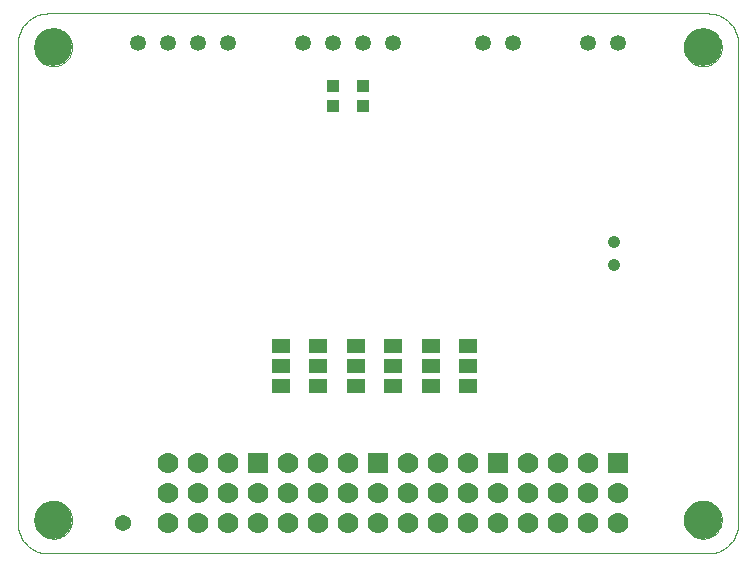
<source format=gbs>
G75*
%MOIN*%
%OFA0B0*%
%FSLAX24Y24*%
%IPPOS*%
%LPD*%
%AMOC8*
5,1,8,0,0,1.08239X$1,22.5*
%
%ADD10C,0.0000*%
%ADD11C,0.1260*%
%ADD12C,0.0540*%
%ADD13C,0.0531*%
%ADD14C,0.0413*%
%ADD15R,0.0700X0.0700*%
%ADD16C,0.0700*%
%ADD17R,0.0394X0.0433*%
%ADD18R,0.0591X0.0512*%
D10*
X001650Y000650D02*
X023650Y000650D01*
X023710Y000652D01*
X023771Y000657D01*
X023830Y000666D01*
X023889Y000679D01*
X023948Y000695D01*
X024005Y000715D01*
X024060Y000738D01*
X024115Y000765D01*
X024167Y000794D01*
X024218Y000827D01*
X024267Y000863D01*
X024313Y000901D01*
X024357Y000943D01*
X024399Y000987D01*
X024437Y001033D01*
X024473Y001082D01*
X024506Y001133D01*
X024535Y001185D01*
X024562Y001240D01*
X024585Y001295D01*
X024605Y001352D01*
X024621Y001411D01*
X024634Y001470D01*
X024643Y001529D01*
X024648Y001590D01*
X024650Y001650D01*
X024650Y017650D01*
X024648Y017710D01*
X024643Y017771D01*
X024634Y017830D01*
X024621Y017889D01*
X024605Y017948D01*
X024585Y018005D01*
X024562Y018060D01*
X024535Y018115D01*
X024506Y018167D01*
X024473Y018218D01*
X024437Y018267D01*
X024399Y018313D01*
X024357Y018357D01*
X024313Y018399D01*
X024267Y018437D01*
X024218Y018473D01*
X024167Y018506D01*
X024115Y018535D01*
X024060Y018562D01*
X024005Y018585D01*
X023948Y018605D01*
X023889Y018621D01*
X023830Y018634D01*
X023771Y018643D01*
X023710Y018648D01*
X023650Y018650D01*
X001650Y018650D01*
X001590Y018648D01*
X001529Y018643D01*
X001470Y018634D01*
X001411Y018621D01*
X001352Y018605D01*
X001295Y018585D01*
X001240Y018562D01*
X001185Y018535D01*
X001133Y018506D01*
X001082Y018473D01*
X001033Y018437D01*
X000987Y018399D01*
X000943Y018357D01*
X000901Y018313D01*
X000863Y018267D01*
X000827Y018218D01*
X000794Y018167D01*
X000765Y018115D01*
X000738Y018060D01*
X000715Y018005D01*
X000695Y017948D01*
X000679Y017889D01*
X000666Y017830D01*
X000657Y017771D01*
X000652Y017710D01*
X000650Y017650D01*
X000650Y001650D01*
X000652Y001590D01*
X000657Y001529D01*
X000666Y001470D01*
X000679Y001411D01*
X000695Y001352D01*
X000715Y001295D01*
X000738Y001240D01*
X000765Y001185D01*
X000794Y001133D01*
X000827Y001082D01*
X000863Y001033D01*
X000901Y000987D01*
X000943Y000943D01*
X000987Y000901D01*
X001033Y000863D01*
X001082Y000827D01*
X001133Y000794D01*
X001185Y000765D01*
X001240Y000738D01*
X001295Y000715D01*
X001352Y000695D01*
X001411Y000679D01*
X001470Y000666D01*
X001529Y000657D01*
X001590Y000652D01*
X001650Y000650D01*
X001193Y001776D02*
X001195Y001826D01*
X001201Y001876D01*
X001211Y001925D01*
X001225Y001973D01*
X001242Y002020D01*
X001263Y002065D01*
X001288Y002109D01*
X001316Y002150D01*
X001348Y002189D01*
X001382Y002226D01*
X001419Y002260D01*
X001459Y002290D01*
X001501Y002317D01*
X001545Y002341D01*
X001591Y002362D01*
X001638Y002378D01*
X001686Y002391D01*
X001736Y002400D01*
X001785Y002405D01*
X001836Y002406D01*
X001886Y002403D01*
X001935Y002396D01*
X001984Y002385D01*
X002032Y002370D01*
X002078Y002352D01*
X002123Y002330D01*
X002166Y002304D01*
X002207Y002275D01*
X002246Y002243D01*
X002282Y002208D01*
X002314Y002170D01*
X002344Y002130D01*
X002371Y002087D01*
X002394Y002043D01*
X002413Y001997D01*
X002429Y001949D01*
X002441Y001900D01*
X002449Y001851D01*
X002453Y001801D01*
X002453Y001751D01*
X002449Y001701D01*
X002441Y001652D01*
X002429Y001603D01*
X002413Y001555D01*
X002394Y001509D01*
X002371Y001465D01*
X002344Y001422D01*
X002314Y001382D01*
X002282Y001344D01*
X002246Y001309D01*
X002207Y001277D01*
X002166Y001248D01*
X002123Y001222D01*
X002078Y001200D01*
X002032Y001182D01*
X001984Y001167D01*
X001935Y001156D01*
X001886Y001149D01*
X001836Y001146D01*
X001785Y001147D01*
X001736Y001152D01*
X001686Y001161D01*
X001638Y001174D01*
X001591Y001190D01*
X001545Y001211D01*
X001501Y001235D01*
X001459Y001262D01*
X001419Y001292D01*
X001382Y001326D01*
X001348Y001363D01*
X001316Y001402D01*
X001288Y001443D01*
X001263Y001487D01*
X001242Y001532D01*
X001225Y001579D01*
X001211Y001627D01*
X001201Y001676D01*
X001195Y001726D01*
X001193Y001776D01*
X001193Y017524D02*
X001195Y017574D01*
X001201Y017624D01*
X001211Y017673D01*
X001225Y017721D01*
X001242Y017768D01*
X001263Y017813D01*
X001288Y017857D01*
X001316Y017898D01*
X001348Y017937D01*
X001382Y017974D01*
X001419Y018008D01*
X001459Y018038D01*
X001501Y018065D01*
X001545Y018089D01*
X001591Y018110D01*
X001638Y018126D01*
X001686Y018139D01*
X001736Y018148D01*
X001785Y018153D01*
X001836Y018154D01*
X001886Y018151D01*
X001935Y018144D01*
X001984Y018133D01*
X002032Y018118D01*
X002078Y018100D01*
X002123Y018078D01*
X002166Y018052D01*
X002207Y018023D01*
X002246Y017991D01*
X002282Y017956D01*
X002314Y017918D01*
X002344Y017878D01*
X002371Y017835D01*
X002394Y017791D01*
X002413Y017745D01*
X002429Y017697D01*
X002441Y017648D01*
X002449Y017599D01*
X002453Y017549D01*
X002453Y017499D01*
X002449Y017449D01*
X002441Y017400D01*
X002429Y017351D01*
X002413Y017303D01*
X002394Y017257D01*
X002371Y017213D01*
X002344Y017170D01*
X002314Y017130D01*
X002282Y017092D01*
X002246Y017057D01*
X002207Y017025D01*
X002166Y016996D01*
X002123Y016970D01*
X002078Y016948D01*
X002032Y016930D01*
X001984Y016915D01*
X001935Y016904D01*
X001886Y016897D01*
X001836Y016894D01*
X001785Y016895D01*
X001736Y016900D01*
X001686Y016909D01*
X001638Y016922D01*
X001591Y016938D01*
X001545Y016959D01*
X001501Y016983D01*
X001459Y017010D01*
X001419Y017040D01*
X001382Y017074D01*
X001348Y017111D01*
X001316Y017150D01*
X001288Y017191D01*
X001263Y017235D01*
X001242Y017280D01*
X001225Y017327D01*
X001211Y017375D01*
X001201Y017424D01*
X001195Y017474D01*
X001193Y017524D01*
X022847Y017524D02*
X022849Y017574D01*
X022855Y017624D01*
X022865Y017673D01*
X022879Y017721D01*
X022896Y017768D01*
X022917Y017813D01*
X022942Y017857D01*
X022970Y017898D01*
X023002Y017937D01*
X023036Y017974D01*
X023073Y018008D01*
X023113Y018038D01*
X023155Y018065D01*
X023199Y018089D01*
X023245Y018110D01*
X023292Y018126D01*
X023340Y018139D01*
X023390Y018148D01*
X023439Y018153D01*
X023490Y018154D01*
X023540Y018151D01*
X023589Y018144D01*
X023638Y018133D01*
X023686Y018118D01*
X023732Y018100D01*
X023777Y018078D01*
X023820Y018052D01*
X023861Y018023D01*
X023900Y017991D01*
X023936Y017956D01*
X023968Y017918D01*
X023998Y017878D01*
X024025Y017835D01*
X024048Y017791D01*
X024067Y017745D01*
X024083Y017697D01*
X024095Y017648D01*
X024103Y017599D01*
X024107Y017549D01*
X024107Y017499D01*
X024103Y017449D01*
X024095Y017400D01*
X024083Y017351D01*
X024067Y017303D01*
X024048Y017257D01*
X024025Y017213D01*
X023998Y017170D01*
X023968Y017130D01*
X023936Y017092D01*
X023900Y017057D01*
X023861Y017025D01*
X023820Y016996D01*
X023777Y016970D01*
X023732Y016948D01*
X023686Y016930D01*
X023638Y016915D01*
X023589Y016904D01*
X023540Y016897D01*
X023490Y016894D01*
X023439Y016895D01*
X023390Y016900D01*
X023340Y016909D01*
X023292Y016922D01*
X023245Y016938D01*
X023199Y016959D01*
X023155Y016983D01*
X023113Y017010D01*
X023073Y017040D01*
X023036Y017074D01*
X023002Y017111D01*
X022970Y017150D01*
X022942Y017191D01*
X022917Y017235D01*
X022896Y017280D01*
X022879Y017327D01*
X022865Y017375D01*
X022855Y017424D01*
X022849Y017474D01*
X022847Y017524D01*
X022847Y001776D02*
X022849Y001826D01*
X022855Y001876D01*
X022865Y001925D01*
X022879Y001973D01*
X022896Y002020D01*
X022917Y002065D01*
X022942Y002109D01*
X022970Y002150D01*
X023002Y002189D01*
X023036Y002226D01*
X023073Y002260D01*
X023113Y002290D01*
X023155Y002317D01*
X023199Y002341D01*
X023245Y002362D01*
X023292Y002378D01*
X023340Y002391D01*
X023390Y002400D01*
X023439Y002405D01*
X023490Y002406D01*
X023540Y002403D01*
X023589Y002396D01*
X023638Y002385D01*
X023686Y002370D01*
X023732Y002352D01*
X023777Y002330D01*
X023820Y002304D01*
X023861Y002275D01*
X023900Y002243D01*
X023936Y002208D01*
X023968Y002170D01*
X023998Y002130D01*
X024025Y002087D01*
X024048Y002043D01*
X024067Y001997D01*
X024083Y001949D01*
X024095Y001900D01*
X024103Y001851D01*
X024107Y001801D01*
X024107Y001751D01*
X024103Y001701D01*
X024095Y001652D01*
X024083Y001603D01*
X024067Y001555D01*
X024048Y001509D01*
X024025Y001465D01*
X023998Y001422D01*
X023968Y001382D01*
X023936Y001344D01*
X023900Y001309D01*
X023861Y001277D01*
X023820Y001248D01*
X023777Y001222D01*
X023732Y001200D01*
X023686Y001182D01*
X023638Y001167D01*
X023589Y001156D01*
X023540Y001149D01*
X023490Y001146D01*
X023439Y001147D01*
X023390Y001152D01*
X023340Y001161D01*
X023292Y001174D01*
X023245Y001190D01*
X023199Y001211D01*
X023155Y001235D01*
X023113Y001262D01*
X023073Y001292D01*
X023036Y001326D01*
X023002Y001363D01*
X022970Y001402D01*
X022942Y001443D01*
X022917Y001487D01*
X022896Y001532D01*
X022879Y001579D01*
X022865Y001627D01*
X022855Y001676D01*
X022849Y001726D01*
X022847Y001776D01*
D11*
X023477Y001776D03*
X023477Y017524D03*
X001823Y017524D03*
X001823Y001776D03*
D12*
X004150Y001650D03*
D13*
X004650Y017650D03*
X005650Y017650D03*
X006650Y017650D03*
X007650Y017650D03*
X010150Y017650D03*
X011150Y017650D03*
X012150Y017650D03*
X013150Y017650D03*
X016150Y017650D03*
X017150Y017650D03*
X019650Y017650D03*
X020650Y017650D03*
D14*
X020525Y011044D03*
X020525Y010256D03*
D15*
X020650Y003650D03*
X016650Y003650D03*
X012650Y003650D03*
X008650Y003650D03*
D16*
X007650Y003650D03*
X006650Y003650D03*
X005650Y003650D03*
X005650Y002650D03*
X006650Y002650D03*
X007650Y002650D03*
X008650Y002650D03*
X009650Y002650D03*
X010650Y002650D03*
X011650Y002650D03*
X012650Y002650D03*
X013650Y002650D03*
X014650Y002650D03*
X015650Y002650D03*
X016650Y002650D03*
X017650Y002650D03*
X018650Y002650D03*
X019650Y002650D03*
X020650Y002650D03*
X020650Y001650D03*
X019650Y001650D03*
X018650Y001650D03*
X017650Y001650D03*
X016650Y001650D03*
X015650Y001650D03*
X014650Y001650D03*
X013650Y001650D03*
X012650Y001650D03*
X011650Y001650D03*
X010650Y001650D03*
X009650Y001650D03*
X008650Y001650D03*
X007650Y001650D03*
X006650Y001650D03*
X005650Y001650D03*
X009650Y003650D03*
X010650Y003650D03*
X011650Y003650D03*
X013650Y003650D03*
X014650Y003650D03*
X015650Y003650D03*
X017650Y003650D03*
X018650Y003650D03*
X019650Y003650D03*
D17*
X012150Y015565D03*
X012150Y016235D03*
X011150Y016235D03*
X011150Y015565D03*
D18*
X010650Y007569D03*
X010650Y006900D03*
X010650Y006231D03*
X009400Y006231D03*
X009400Y006900D03*
X009400Y007569D03*
X011900Y007569D03*
X011900Y006900D03*
X011900Y006231D03*
X013150Y006231D03*
X013150Y006900D03*
X013150Y007569D03*
X014400Y007569D03*
X014400Y006900D03*
X014400Y006231D03*
X015650Y006231D03*
X015650Y006900D03*
X015650Y007569D03*
M02*

</source>
